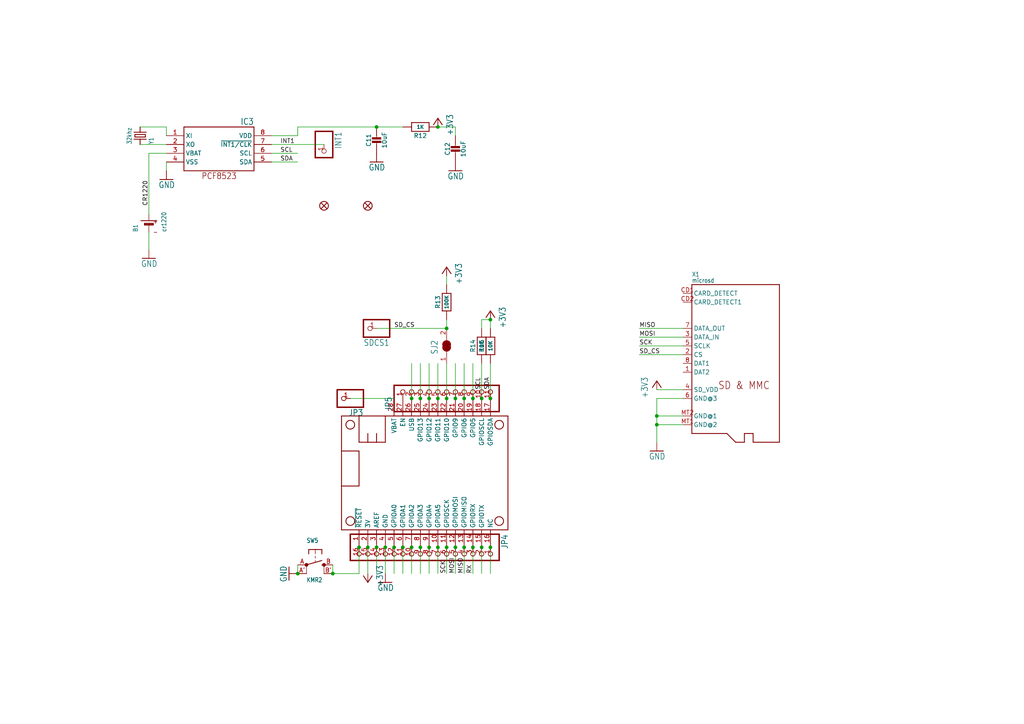
<source format=kicad_sch>
(kicad_sch (version 20231120) (generator "eeschema") (generator_version "8.0")
  (paper "A4")
  (lib_symbols
    (symbol "adalogger featherwing-eagle-import:+3V3" (power)
      (symbol "+3V3_1_0"
        (polyline (pts (xy 0 0) (xy -1.27 -1.905)) (stroke (width 0.254)))
        (polyline (pts (xy 1.27 -1.905) (xy 0 0)) (stroke (width 0.254)))
        (pin power_in line (at 0 -2.54 90) (length 2.54) (name "+3V3") (number "1"))
      )
    )
    (symbol "adalogger featherwing-eagle-import:BATTERYCR1220_2"
      (property "Reference" "B" (at -2.54 3.175 0))
      (symbol "BATTERYCR1220_2_1_0"
        (polyline (pts (xy -2.54 0) (xy -0.635 0)) (stroke (width 0.1524)))
        (polyline (pts (xy -0.508 -1.27) (xy -0.508 1.27)) (stroke (width 0.254)))
        (polyline (pts (xy -0.508 1.27) (xy -0.254 1.27)) (stroke (width 0.254)))
        (polyline (pts (xy -0.254 -1.27) (xy -0.508 -1.27)) (stroke (width 0.254)))
        (polyline (pts (xy -0.254 1.27) (xy -0.254 -1.27)) (stroke (width 0.254)))
        (polyline (pts (xy -0.254 1.27) (xy 0 1.27)) (stroke (width 0.254)))
        (polyline (pts (xy 0 -1.27) (xy -0.254 -1.27)) (stroke (width 0.254)))
        (polyline (pts (xy 0 1.27) (xy 0 -1.27)) (stroke (width 0.254)))
        (polyline (pts (xy 0.762 2.286) (xy 0.762 -2.286)) (stroke (width 0.254)))
        (polyline (pts (xy 0.889 0) (xy 2.54 0)) (stroke (width 0.1524)))
        (text "+" (at 1.27 -1.143 900) (effects (font (size 1.27 1.0795)) (justify right top)))
        (text "-" (at -1.778 -1.143 900) (effects (font (size 1.27 1.0795)) (justify right top)))
        (pin passive line (at 2.54 0 180) (length 0) (name "+") (number "+"))
        (pin passive line (at -2.54 0 0) (length 0) (name "-") (number "-"))
      )
    )
    (symbol "adalogger featherwing-eagle-import:CAP_CERAMIC0805-NOOUTLINE"
      (property "Reference" "C" (at -2.29 1.25 90))
      (symbol "CAP_CERAMIC0805-NOOUTLINE_1_0"
        (rectangle (start -1.27 0.508) (end 1.27 1.016) (fill (type outline)))
        (rectangle (start -1.27 1.524) (end 1.27 2.032) (fill (type outline)))
        (polyline (pts (xy 0 0.762) (xy 0 0)) (stroke (width 0.1524)))
        (polyline (pts (xy 0 2.54) (xy 0 1.778)) (stroke (width 0.1524)))
        (pin passive line (at 0 5.08 270) (length 2.54) (name "1") (number "1"))
        (pin passive line (at 0 -2.54 90) (length 2.54) (name "2") (number "2"))
      )
    )
    (symbol "adalogger featherwing-eagle-import:CRYSTAL8.0X3.8"
      (property "Reference" "Y" (at -2.54 2.54 0))
      (symbol "CRYSTAL8.0X3.8_1_0"
        (polyline (pts (xy -2.54 0) (xy -1.016 0)) (stroke (width 0.254)))
        (polyline (pts (xy -1.016 0) (xy -1.016 -1.778)) (stroke (width 0.254)))
        (polyline (pts (xy -1.016 1.778) (xy -1.016 0)) (stroke (width 0.254)))
        (polyline (pts (xy -0.381 -1.524) (xy 0.381 -1.524)) (stroke (width 0.254)))
        (polyline (pts (xy -0.381 1.524) (xy -0.381 -1.524)) (stroke (width 0.254)))
        (polyline (pts (xy 0.381 -1.524) (xy 0.381 1.524)) (stroke (width 0.254)))
        (polyline (pts (xy 0.381 1.524) (xy -0.381 1.524)) (stroke (width 0.254)))
        (polyline (pts (xy 1.016 0) (xy 1.016 -1.778)) (stroke (width 0.254)))
        (polyline (pts (xy 1.016 1.778) (xy 1.016 0)) (stroke (width 0.254)))
        (polyline (pts (xy 2.54 0) (xy 1.016 0)) (stroke (width 0.254)))
        (pin passive line (at -2.54 0 0) (length 0) (name "1") (number "P$1"))
        (pin passive line (at 2.54 0 180) (length 0) (name "2") (number "P$4"))
      )
    )
    (symbol "adalogger featherwing-eagle-import:FEATHERWING_NODIM"
      (symbol "FEATHERWING_NODIM_1_0"
        (polyline (pts (xy 0 0) (xy 48.26 0)) (stroke (width 0.254)))
        (polyline (pts (xy 0 12.7) (xy 0 0)) (stroke (width 0.254)))
        (polyline (pts (xy 0 22.86) (xy 0 12.7)) (stroke (width 0.254)))
        (polyline (pts (xy 0 22.86) (xy 5.08 22.86)) (stroke (width 0.254)))
        (polyline (pts (xy 0 33.02) (xy 0 22.86)) (stroke (width 0.254)))
        (polyline (pts (xy 5.08 12.7) (xy 0 12.7)) (stroke (width 0.254)))
        (polyline (pts (xy 5.08 22.86) (xy 5.08 12.7)) (stroke (width 0.254)))
        (polyline (pts (xy 5.08 25.4) (xy 7.62 25.4)) (stroke (width 0.254)))
        (polyline (pts (xy 5.08 33.02) (xy 0 33.02)) (stroke (width 0.254)))
        (polyline (pts (xy 5.08 33.02) (xy 5.08 25.4)) (stroke (width 0.254)))
        (polyline (pts (xy 7.62 25.4) (xy 10.16 25.4)) (stroke (width 0.254)))
        (polyline (pts (xy 7.62 27.94) (xy 7.62 25.4)) (stroke (width 0.254)))
        (polyline (pts (xy 10.16 25.4) (xy 12.7 25.4)) (stroke (width 0.254)))
        (polyline (pts (xy 10.16 27.94) (xy 10.16 25.4)) (stroke (width 0.254)))
        (polyline (pts (xy 12.7 25.4) (xy 12.7 33.02)) (stroke (width 0.254)))
        (polyline (pts (xy 12.7 33.02) (xy 5.08 33.02)) (stroke (width 0.254)))
        (polyline (pts (xy 48.26 0) (xy 48.26 33.02)) (stroke (width 0.254)))
        (polyline (pts (xy 48.26 33.02) (xy 12.7 33.02)) (stroke (width 0.254)))
        (circle (center 2.54 2.54) (radius 1.27) (stroke (width 0.254)))
        (circle (center 2.54 30.48) (radius 1.27) (stroke (width 0.254)))
        (circle (center 45.72 2.54) (radius 1.27) (stroke (width 0.254)))
        (circle (center 45.72 30.48) (radius 1.27) (stroke (width 0.254)))
        (pin input line (at 5.08 -5.08 90) (length 5.08) (name "~{RESET}") (number "1"))
        (pin bidirectional line (at 27.94 -5.08 90) (length 5.08) (name "GPIOA5") (number "10"))
        (pin bidirectional line (at 30.48 -5.08 90) (length 5.08) (name "GPIOSCK") (number "11"))
        (pin bidirectional line (at 33.02 -5.08 90) (length 5.08) (name "GPIOMOSI") (number "12"))
        (pin bidirectional line (at 35.56 -5.08 90) (length 5.08) (name "GPIOMISO") (number "13"))
        (pin bidirectional line (at 38.1 -5.08 90) (length 5.08) (name "GPIORX") (number "14"))
        (pin bidirectional line (at 40.64 -5.08 90) (length 5.08) (name "GPIOTX") (number "15"))
        (pin passive line (at 43.18 -5.08 90) (length 5.08) (name "NC") (number "16"))
        (pin bidirectional line (at 43.18 38.1 270) (length 5.08) (name "GPIOSDA") (number "17"))
        (pin bidirectional line (at 40.64 38.1 270) (length 5.08) (name "GPIOSCL") (number "18"))
        (pin bidirectional line (at 38.1 38.1 270) (length 5.08) (name "GPIO5") (number "19"))
        (pin power_in line (at 7.62 -5.08 90) (length 5.08) (name "3V") (number "2"))
        (pin bidirectional line (at 35.56 38.1 270) (length 5.08) (name "GPIO6") (number "20"))
        (pin bidirectional line (at 33.02 38.1 270) (length 5.08) (name "GPIO9") (number "21"))
        (pin bidirectional line (at 30.48 38.1 270) (length 5.08) (name "GPIO10") (number "22"))
        (pin bidirectional line (at 27.94 38.1 270) (length 5.08) (name "GPIO11") (number "23"))
        (pin bidirectional line (at 25.4 38.1 270) (length 5.08) (name "GPIO12") (number "24"))
        (pin bidirectional line (at 22.86 38.1 270) (length 5.08) (name "GPIO13") (number "25"))
        (pin power_in line (at 20.32 38.1 270) (length 5.08) (name "USB") (number "26"))
        (pin passive line (at 17.78 38.1 270) (length 5.08) (name "EN") (number "27"))
        (pin power_in line (at 15.24 38.1 270) (length 5.08) (name "VBAT") (number "28"))
        (pin passive line (at 10.16 -5.08 90) (length 5.08) (name "AREF") (number "3"))
        (pin power_in line (at 12.7 -5.08 90) (length 5.08) (name "GND") (number "4"))
        (pin bidirectional line (at 15.24 -5.08 90) (length 5.08) (name "GPIOA0") (number "5"))
        (pin bidirectional line (at 17.78 -5.08 90) (length 5.08) (name "GPIOA1") (number "6"))
        (pin bidirectional line (at 20.32 -5.08 90) (length 5.08) (name "GPIOA2") (number "7"))
        (pin bidirectional line (at 22.86 -5.08 90) (length 5.08) (name "GPIOA3") (number "8"))
        (pin bidirectional line (at 25.4 -5.08 90) (length 5.08) (name "GPIOA4") (number "9"))
      )
    )
    (symbol "adalogger featherwing-eagle-import:FIDUCIAL_1MM"
      (symbol "FIDUCIAL_1MM_1_0"
        (polyline (pts (xy -0.762 0.762) (xy 0.762 -0.762)) (stroke (width 0.254)))
        (polyline (pts (xy 0.762 0.762) (xy -0.762 -0.762)) (stroke (width 0.254)))
        (circle (center 0 0) (radius 1.27) (stroke (width 0.254)))
      )
    )
    (symbol "adalogger featherwing-eagle-import:GND" (power)
      (symbol "GND_1_0"
        (polyline (pts (xy -1.905 0) (xy 1.905 0)) (stroke (width 0.254)))
        (pin power_in line (at 0 2.54 270) (length 2.54) (name "GND") (number "1"))
      )
    )
    (symbol "adalogger featherwing-eagle-import:HEADER-1X11"
      (property "Reference" "JP" (at -6.35 15.875 0))
      (symbol "HEADER-1X11_1_0"
        (polyline (pts (xy -6.35 -15.24) (xy 1.27 -15.24)) (stroke (width 0.4064)))
        (polyline (pts (xy -6.35 15.24) (xy -6.35 -15.24)) (stroke (width 0.4064)))
        (polyline (pts (xy 1.27 -15.24) (xy 1.27 15.24)) (stroke (width 0.4064)))
        (polyline (pts (xy 1.27 15.24) (xy -6.35 15.24)) (stroke (width 0.4064)))
        (pin passive inverted (at -2.54 12.7 0) (length 2.54) (name "1") (number "1"))
        (pin passive inverted (at -2.54 -10.16 0) (length 2.54) (name "10") (number "10"))
        (pin passive inverted (at -2.54 -12.7 0) (length 2.54) (name "11") (number "11"))
        (pin passive inverted (at -2.54 10.16 0) (length 2.54) (name "2") (number "2"))
        (pin passive inverted (at -2.54 7.62 0) (length 2.54) (name "3") (number "3"))
        (pin passive inverted (at -2.54 5.08 0) (length 2.54) (name "4") (number "4"))
        (pin passive inverted (at -2.54 2.54 0) (length 2.54) (name "5") (number "5"))
        (pin passive inverted (at -2.54 0 0) (length 2.54) (name "6") (number "6"))
        (pin passive inverted (at -2.54 -2.54 0) (length 2.54) (name "7") (number "7"))
        (pin passive inverted (at -2.54 -5.08 0) (length 2.54) (name "8") (number "8"))
        (pin passive inverted (at -2.54 -7.62 0) (length 2.54) (name "9") (number "9"))
      )
    )
    (symbol "adalogger featherwing-eagle-import:HEADER-1X16ROUND"
      (property "Reference" "JP" (at -6.35 20.955 0))
      (symbol "HEADER-1X16ROUND_1_0"
        (polyline (pts (xy -6.35 -22.86) (xy 1.27 -22.86)) (stroke (width 0.4064)))
        (polyline (pts (xy -6.35 20.32) (xy -6.35 -22.86)) (stroke (width 0.4064)))
        (polyline (pts (xy 1.27 -22.86) (xy 1.27 20.32)) (stroke (width 0.4064)))
        (polyline (pts (xy 1.27 20.32) (xy -6.35 20.32)) (stroke (width 0.4064)))
        (pin passive inverted (at -2.54 17.78 0) (length 2.54) (name "1") (number "1"))
        (pin passive inverted (at -2.54 -5.08 0) (length 2.54) (name "10") (number "10"))
        (pin passive inverted (at -2.54 -7.62 0) (length 2.54) (name "11") (number "11"))
        (pin passive inverted (at -2.54 -10.16 0) (length 2.54) (name "12") (number "12"))
        (pin passive inverted (at -2.54 -12.7 0) (length 2.54) (name "13") (number "13"))
        (pin passive inverted (at -2.54 -15.24 0) (length 2.54) (name "14") (number "14"))
        (pin passive inverted (at -2.54 -17.78 0) (length 2.54) (name "15") (number "15"))
        (pin passive inverted (at -2.54 -20.32 0) (length 2.54) (name "16") (number "16"))
        (pin passive inverted (at -2.54 15.24 0) (length 2.54) (name "2") (number "2"))
        (pin passive inverted (at -2.54 12.7 0) (length 2.54) (name "3") (number "3"))
        (pin passive inverted (at -2.54 10.16 0) (length 2.54) (name "4") (number "4"))
        (pin passive inverted (at -2.54 7.62 0) (length 2.54) (name "5") (number "5"))
        (pin passive inverted (at -2.54 5.08 0) (length 2.54) (name "6") (number "6"))
        (pin passive inverted (at -2.54 2.54 0) (length 2.54) (name "7") (number "7"))
        (pin passive inverted (at -2.54 0 0) (length 2.54) (name "8") (number "8"))
        (pin passive inverted (at -2.54 -2.54 0) (length 2.54) (name "9") (number "9"))
      )
    )
    (symbol "adalogger featherwing-eagle-import:HEADER-1X1ROUND"
      (property "Reference" "JP" (at -6.35 3.175 0))
      (symbol "HEADER-1X1ROUND_1_0"
        (polyline (pts (xy -6.35 -2.54) (xy 1.27 -2.54)) (stroke (width 0.4064)))
        (polyline (pts (xy -6.35 2.54) (xy -6.35 -2.54)) (stroke (width 0.4064)))
        (polyline (pts (xy 1.27 -2.54) (xy 1.27 2.54)) (stroke (width 0.4064)))
        (polyline (pts (xy 1.27 2.54) (xy -6.35 2.54)) (stroke (width 0.4064)))
        (pin passive inverted (at -2.54 0 0) (length 2.54) (name "1") (number "1"))
      )
    )
    (symbol "adalogger featherwing-eagle-import:MICROSD"
      (property "Reference" "X" (at -12.7 22.606 0))
      (symbol "MICROSD_1_0"
        (polyline (pts (xy -12.7 -22.86) (xy -2.54 -22.86)) (stroke (width 0.254)))
        (polyline (pts (xy -12.7 20.32) (xy -12.7 -22.86)) (stroke (width 0.254)))
        (polyline (pts (xy -2.54 -22.86) (xy 0 -25.4)) (stroke (width 0.254)))
        (polyline (pts (xy 0 -25.4) (xy 2.54 -25.4)) (stroke (width 0.254)))
        (polyline (pts (xy 2.54 -25.4) (xy 2.54 -22.86)) (stroke (width 0.254)))
        (polyline (pts (xy 2.54 -22.86) (xy 5.08 -22.86)) (stroke (width 0.254)))
        (polyline (pts (xy 5.08 -25.4) (xy 12.7 -25.4)) (stroke (width 0.254)))
        (polyline (pts (xy 5.08 -22.86) (xy 5.08 -25.4)) (stroke (width 0.254)))
        (polyline (pts (xy 12.7 -25.4) (xy 12.7 20.32)) (stroke (width 0.254)))
        (polyline (pts (xy 12.7 20.32) (xy -12.7 20.32)) (stroke (width 0.254)))
        (text "SD & MMC" (at -5.08 -10.16 0) (effects (font (size 2.1844 1.8567)) (justify left bottom)))
        (pin bidirectional line (at -15.24 -5.08 0) (length 2.54) (name "DAT2") (number "1"))
        (pin input line (at -15.24 0 0) (length 2.54) (name "CS") (number "2"))
        (pin input line (at -15.24 5.08 0) (length 2.54) (name "DATA_IN") (number "3"))
        (pin power_in line (at -15.24 -10.16 0) (length 2.54) (name "SD_VDD") (number "4"))
        (pin input line (at -15.24 2.54 0) (length 2.54) (name "SCLK") (number "5"))
        (pin power_in line (at -15.24 -12.7 0) (length 2.54) (name "GND@3") (number "6"))
        (pin output line (at -15.24 7.62 0) (length 2.54) (name "DATA_OUT") (number "7"))
        (pin bidirectional line (at -15.24 -2.54 0) (length 2.54) (name "DAT1") (number "8"))
        (pin passive line (at -15.24 17.78 0) (length 2.54) (name "CARD_DETECT") (number "CD1"))
        (pin passive line (at -15.24 15.24 0) (length 2.54) (name "CARD_DETECT1") (number "CD2"))
        (pin power_in line (at -15.24 -20.32 0) (length 2.54) (name "GND@2") (number "MT1"))
        (pin power_in line (at -15.24 -17.78 0) (length 2.54) (name "GND@1") (number "MT2"))
      )
    )
    (symbol "adalogger featherwing-eagle-import:RESISTOR_0603_NOOUT"
      (property "Reference" "R" (at 0 2.54 0))
      (symbol "RESISTOR_0603_NOOUT_1_0"
        (polyline (pts (xy -2.54 -1.27) (xy -2.54 1.27)) (stroke (width 0.254)))
        (polyline (pts (xy -2.54 1.27) (xy 2.54 1.27)) (stroke (width 0.254)))
        (polyline (pts (xy 2.54 -1.27) (xy -2.54 -1.27)) (stroke (width 0.254)))
        (polyline (pts (xy 2.54 1.27) (xy 2.54 -1.27)) (stroke (width 0.254)))
        (pin passive line (at -5.08 0 0) (length 2.54) (name "1") (number "1"))
        (pin passive line (at 5.08 0 180) (length 2.54) (name "2") (number "2"))
      )
    )
    (symbol "adalogger featherwing-eagle-import:RTC_PCF8523T"
      (property "Reference" "IC" (at 10.16 7.62 0))
      (symbol "RTC_PCF8523T_1_0"
        (polyline (pts (xy -10.16 -7.62) (xy -10.16 5.08)) (stroke (width 0.254)))
        (polyline (pts (xy -10.16 5.08) (xy 10.16 5.08)) (stroke (width 0.254)))
        (polyline (pts (xy 10.16 -7.62) (xy -10.16 -7.62)) (stroke (width 0.254)))
        (polyline (pts (xy 10.16 5.08) (xy 10.16 -7.62)) (stroke (width 0.254)))
        (text "PCF8523" (at -5.08 -10.16 0) (effects (font (size 1.778 1.5113)) (justify left bottom)))
        (pin input line (at -15.24 2.54 0) (length 5.08) (name "XI") (number "1"))
        (pin output line (at -15.24 0 0) (length 5.08) (name "XO") (number "2"))
        (pin power_in line (at -15.24 -2.54 0) (length 5.08) (name "VBAT") (number "3"))
        (pin power_in line (at -15.24 -5.08 0) (length 5.08) (name "VSS") (number "4"))
        (pin bidirectional line (at 15.24 -5.08 180) (length 5.08) (name "SDA") (number "5"))
        (pin bidirectional line (at 15.24 -2.54 180) (length 5.08) (name "SCL") (number "6"))
        (pin output line (at 15.24 0 180) (length 5.08) (name "~{INT1/CLK}") (number "7"))
        (pin power_in line (at 15.24 2.54 180) (length 5.08) (name "VDD") (number "8"))
      )
    )
    (symbol "adalogger featherwing-eagle-import:SOLDERJUMPER_CLOSED"
      (property "Reference" "SJ" (at -2.54 2.54 0))
      (symbol "SOLDERJUMPER_CLOSED_1_0"
        (arc (start -0.3808 0.635) (mid -1.0159 0.0001) (end -0.381 -0.635) (stroke (width 1.27)))
        (polyline (pts (xy -2.54 0) (xy -1.651 0)) (stroke (width 0.1524)))
        (polyline (pts (xy -0.635 0) (xy 0.635 0)) (stroke (width 0.4064)))
        (polyline (pts (xy 2.54 0) (xy 1.651 0)) (stroke (width 0.1524)))
        (arc (start 0.3808 -0.635) (mid 1.0159 -0.0001) (end 0.381 0.635) (stroke (width 1.27)))
        (pin passive line (at -5.08 0 0) (length 2.54) (name "1") (number "1"))
        (pin passive line (at 5.08 0 180) (length 2.54) (name "2") (number "2"))
      )
    )
    (symbol "adalogger featherwing-eagle-import:SWITCH_TACT_SMT4.6X2.8"
      (property "Reference" "SW" (at -2.54 6.35 0))
      (symbol "SWITCH_TACT_SMT4.6X2.8_1_0"
        (circle (center -2.54 0) (radius 0.127) (stroke (width 0.4064)))
        (polyline (pts (xy -2.54 -2.54) (xy -2.54 0)) (stroke (width 0.1524)))
        (polyline (pts (xy -2.54 0) (xy 1.905 1.27)) (stroke (width 0.254)))
        (polyline (pts (xy -1.905 4.445) (xy -1.905 3.175)) (stroke (width 0.254)))
        (polyline (pts (xy 0 1.27) (xy 0 0.635)) (stroke (width 0.1524)))
        (polyline (pts (xy 0 2.54) (xy 0 1.905)) (stroke (width 0.1524)))
        (polyline (pts (xy 0 4.445) (xy -1.905 4.445)) (stroke (width 0.254)))
        (polyline (pts (xy 0 4.445) (xy 0 3.175)) (stroke (width 0.1524)))
        (polyline (pts (xy 1.905 0) (xy 2.54 0)) (stroke (width 0.254)))
        (polyline (pts (xy 1.905 4.445) (xy 0 4.445)) (stroke (width 0.254)))
        (polyline (pts (xy 1.905 4.445) (xy 1.905 3.175)) (stroke (width 0.254)))
        (polyline (pts (xy 2.54 -2.54) (xy 2.54 0)) (stroke (width 0.1524)))
        (circle (center 2.54 0) (radius 0.127) (stroke (width 0.4064)))
        (pin passive line (at -5.08 0 0) (length 2.54) (name "P") (number "A"))
        (pin passive line (at -5.08 -2.54 0) (length 2.54) (name "P1") (number "A'"))
        (pin passive line (at 5.08 0 180) (length 2.54) (name "S") (number "B"))
        (pin passive line (at 5.08 -2.54 180) (length 2.54) (name "S1") (number "B'"))
      )
    )
  )
  (junction (at 139.7 115.57))
  (junction (at 127 158.75))
  (junction (at 142.24 115.57))
  (junction (at 137.16 115.57))
  (junction (at 129.54 95.25))
  (junction (at 106.68 158.75))
  (junction (at 190.5 123.19))
  (junction (at 127 115.57))
  (junction (at 134.62 158.75))
  (junction (at 124.46 158.75))
  (junction (at 142.24 158.75))
  (junction (at 119.38 115.57))
  (junction (at 190.5 120.65))
  (junction (at 116.84 158.75))
  (junction (at 139.7 158.75))
  (junction (at 104.14 158.75))
  (junction (at 142.24 92.71))
  (junction (at 121.92 158.75))
  (junction (at 114.3 158.75))
  (junction (at 86.36 166.37))
  (junction (at 96.52 166.37))
  (junction (at 124.46 115.57))
  (junction (at 134.62 115.57))
  (junction (at 109.22 158.75))
  (junction (at 127 36.83))
  (junction (at 137.16 158.75))
  (junction (at 111.76 158.75))
  (junction (at 121.92 115.57))
  (junction (at 132.08 158.75))
  (junction (at 109.22 36.83))
  (junction (at 132.08 115.57))
  (junction (at 129.54 158.75))
  (junction (at 129.54 115.57))
  (junction (at 119.38 158.75))
  (wire (pts (xy 86.36 163.83) (xy 86.36 166.37)) (stroke (width 0.1524)))
  (wire (pts (xy 137.16 105.41) (xy 137.16 115.57)) (stroke (width 0.1524)))
  (wire (pts (xy 142.24 105.41) (xy 142.24 115.57)) (stroke (width 0.1524)))
  (wire (pts (xy 142.24 92.71) (xy 142.24 95.25)) (stroke (width 0.1524)))
  (wire (pts (xy 190.5 113.03) (xy 198.12 113.03)) (stroke (width 0.1524)))
  (wire (pts (xy 111.76 166.37) (xy 111.76 158.75)) (stroke (width 0.1524)))
  (wire (pts (xy 198.12 120.65) (xy 190.5 120.65)) (stroke (width 0.1524)))
  (wire (pts (xy 134.62 166.37) (xy 134.62 158.75)) (stroke (width 0.1524)))
  (wire (pts (xy 129.54 166.37) (xy 129.54 158.75)) (stroke (width 0.1524)))
  (wire (pts (xy 190.5 123.19) (xy 190.5 128.27)) (stroke (width 0.1524)))
  (wire (pts (xy 185.42 102.87) (xy 198.12 102.87)) (stroke (width 0.1524)))
  (wire (pts (xy 129.54 80.01) (xy 129.54 82.55)) (stroke (width 0.1524)))
  (wire (pts (xy 78.74 44.45) (xy 86.36 44.45)) (stroke (width 0.1524)))
  (wire (pts (xy 198.12 115.57) (xy 190.5 115.57)) (stroke (width 0.1524)))
  (wire (pts (xy 119.38 166.37) (xy 119.38 158.75)) (stroke (width 0.1524)))
  (wire (pts (xy 190.5 120.65) (xy 190.5 123.19)) (stroke (width 0.1524)))
  (wire (pts (xy 101.6 115.57) (xy 114.3 115.57)) (stroke (width 0.1524)))
  (wire (pts (xy 114.3 166.37) (xy 114.3 158.75)) (stroke (width 0.1524)))
  (wire (pts (xy 124.46 105.41) (xy 124.46 115.57)) (stroke (width 0.1524)))
  (wire (pts (xy 48.26 49.53) (xy 48.26 46.99)) (stroke (width 0.1524)))
  (wire (pts (xy 198.12 123.19) (xy 190.5 123.19)) (stroke (width 0.1524)))
  (wire (pts (xy 198.12 100.33) (xy 185.42 100.33)) (stroke (width 0.1524)))
  (wire (pts (xy 106.68 166.37) (xy 106.68 158.75)) (stroke (width 0.1524)))
  (wire (pts (xy 132.08 105.41) (xy 132.08 115.57)) (stroke (width 0.1524)))
  (wire (pts (xy 134.62 105.41) (xy 134.62 115.57)) (stroke (width 0.1524)))
  (wire (pts (xy 86.36 36.83) (xy 109.22 36.83)) (stroke (width 0.1524)))
  (wire (pts (xy 190.5 115.57) (xy 190.5 120.65)) (stroke (width 0.1524)))
  (wire (pts (xy 109.22 166.37) (xy 109.22 158.75)) (stroke (width 0.1524)))
  (wire (pts (xy 96.52 166.37) (xy 104.14 166.37)) (stroke (width 0.1524)))
  (wire (pts (xy 127 105.41) (xy 127 115.57)) (stroke (width 0.1524)))
  (wire (pts (xy 139.7 166.37) (xy 139.7 158.75)) (stroke (width 0.1524)))
  (wire (pts (xy 142.24 166.37) (xy 142.24 158.75)) (stroke (width 0.1524)))
  (wire (pts (xy 119.38 105.41) (xy 119.38 115.57)) (stroke (width 0.1524)))
  (wire (pts (xy 121.92 105.41) (xy 121.92 115.57)) (stroke (width 0.1524)))
  (wire (pts (xy 48.26 36.83) (xy 48.26 39.37)) (stroke (width 0.1524)))
  (wire (pts (xy 132.08 166.37) (xy 132.08 158.75)) (stroke (width 0.1524)))
  (wire (pts (xy 116.84 36.83) (xy 109.22 36.83)) (stroke (width 0.1524)))
  (wire (pts (xy 104.14 166.37) (xy 104.14 158.75)) (stroke (width 0.1524)))
  (wire (pts (xy 86.36 39.37) (xy 86.36 36.83)) (stroke (width 0.1524)))
  (wire (pts (xy 48.26 44.45) (xy 43.18 44.45)) (stroke (width 0.1524)))
  (wire (pts (xy 139.7 105.41) (xy 139.7 115.57)) (stroke (width 0.1524)))
  (wire (pts (xy 185.42 97.79) (xy 198.12 97.79)) (stroke (width 0.1524)))
  (wire (pts (xy 129.54 105.41) (xy 129.54 115.57)) (stroke (width 0.1524)))
  (wire (pts (xy 129.54 92.71) (xy 129.54 95.25)) (stroke (width 0.1524)))
  (wire (pts (xy 40.64 36.83) (xy 48.26 36.83)) (stroke (width 0.1524)))
  (wire (pts (xy 124.46 166.37) (xy 124.46 158.75)) (stroke (width 0.1524)))
  (wire (pts (xy 137.16 166.37) (xy 137.16 158.75)) (stroke (width 0.1524)))
  (wire (pts (xy 127 36.83) (xy 132.08 36.83)) (stroke (width 0.1524)))
  (wire (pts (xy 48.26 41.91) (xy 40.64 41.91)) (stroke (width 0.1524)))
  (wire (pts (xy 139.7 92.71) (xy 139.7 95.25)) (stroke (width 0.1524)))
  (wire (pts (xy 86.36 39.37) (xy 78.74 39.37)) (stroke (width 0.1524)))
  (wire (pts (xy 127 166.37) (xy 127 158.75)) (stroke (width 0.1524)))
  (wire (pts (xy 43.18 44.45) (xy 43.18 62.23)) (stroke (width 0.1524)))
  (wire (pts (xy 96.52 163.83) (xy 96.52 166.37)) (stroke (width 0.1524)))
  (wire (pts (xy 86.36 46.99) (xy 78.74 46.99)) (stroke (width 0.1524)))
  (wire (pts (xy 121.92 166.37) (xy 121.92 158.75)) (stroke (width 0.1524)))
  (wire (pts (xy 116.84 166.37) (xy 116.84 158.75)) (stroke (width 0.1524)))
  (wire (pts (xy 78.74 41.91) (xy 93.98 41.91)) (stroke (width 0.1524)))
  (wire (pts (xy 43.18 72.39) (xy 43.18 67.31)) (stroke (width 0.1524)))
  (wire (pts (xy 142.24 92.71) (xy 139.7 92.71)) (stroke (width 0.1524)))
  (wire (pts (xy 198.12 95.25) (xy 185.42 95.25)) (stroke (width 0.1524)))
  (wire (pts (xy 109.22 95.25) (xy 129.54 95.25)) (stroke (width 0.1524)))
  (wire (pts (xy 132.08 36.83) (xy 132.08 39.37)) (stroke (width 0.1524)))
  (label "SD_CS" (at 185.42 102.87 0) (effects (font (size 1.2446 1.2446))))
  (label "SCL" (at 139.7 113.03 90) (effects (font (size 1.2446 1.2446))))
  (label "SDA" (at 81.28 46.99 0) (effects (font (size 1.2446 1.2446))))
  (label "MOSI" (at 185.42 97.79 0) (effects (font (size 1.2446 1.2446))))
  (label "MISO" (at 185.42 95.25 0) (effects (font (size 1.2446 1.2446))))
  (label "SCL" (at 81.28 44.45 0) (effects (font (size 1.2446 1.2446))))
  (label "SCK" (at 129.54 166.37 90) (effects (font (size 1.2446 1.2446))))
  (label "SD_CS" (at 114.3 95.25 0) (effects (font (size 1.2446 1.2446))))
  (label "CR1220" (at 43.18 59.69 90) (effects (font (size 1.2446 1.2446))))
  (label "MISO" (at 134.62 166.37 90) (effects (font (size 1.2446 1.2446))))
  (label "SCK" (at 185.42 100.33 0) (effects (font (size 1.2446 1.2446))))
  (label "RX" (at 137.16 166.37 90) (effects (font (size 1.2446 1.2446))))
  (label "INT1" (at 81.28 41.91 0) (effects (font (size 1.2446 1.2446))))
  (label "MOSI" (at 132.08 166.37 90) (effects (font (size 1.2446 1.2446))))
  (label "SDA" (at 142.24 113.03 90) (effects (font (size 1.2446 1.2446))))
  (symbol (lib_id "adalogger featherwing-eagle-import:GND") (at 43.18 74.93 0) (mirror y) (unit 1)
    (property "Reference" "#GND01" (effects (hide yes)))
    (property "Value" "GND" (at 45.72 77.47 0) (effects (font (size 1.778 1.5113)) (justify left bottom)))
  )
  (symbol (lib_id "adalogger featherwing-eagle-import:BATTERYCR1220_2") (at 43.18 64.77 90) (unit 1)
    (property "Reference" "B1" (at 40.005 67.31 0) (effects (font (size 1.27 1.0795)) (justify left bottom)))
    (property "Value" "cr1220" (at 48.26 67.31 0) (effects (font (size 1.27 1.0795)) (justify left bottom)))
    (property "Footprint" "adalogger featherwing:CR1220-2" (effects (hide yes)))
  )
  (symbol (lib_id "adalogger featherwing-eagle-import:SWITCH_TACT_SMT4.6X2.8") (at 91.44 163.83 0) (unit 1)
    (property "Reference" "SW5" (at 88.9 157.48 0) (effects (font (size 1.27 1.0795)) (justify left bottom)))
    (property "Value" "KMR2" (at 88.9 168.91 0) (effects (font (size 1.27 1.0795)) (justify left bottom)))
    (property "Footprint" "adalogger featherwing:BTN_KMR2_4.6X2.8" (effects (hide yes)))
  )
  (symbol (lib_id "adalogger featherwing-eagle-import:HEADER-1X16ROUND") (at 124.46 161.29 270) (unit 1)
    (property "Reference" "JP4" (at 145.415 154.94 0) (effects (font (size 1.778 1.5113)) (justify left bottom)))
    (property "Value" "HEADER-1X16ROUND" (effects (hide yes)))
    (property "Footprint" "adalogger featherwing:1X16_ROUND" (effects (hide yes)))
  )
  (symbol (lib_id "adalogger featherwing-eagle-import:HEADER-1X11") (at 129.54 113.03 90) (unit 1)
    (property "Reference" "JP5" (at 113.665 119.38 0) (effects (font (size 1.778 1.5113)) (justify left bottom)))
    (property "Value" "HEADER-1X11" (effects (hide yes)))
    (property "Footprint" "adalogger featherwing:1X11_ROUND" (effects (hide yes)))
  )
  (symbol (lib_id "adalogger featherwing-eagle-import:RTC_PCF8523T") (at 63.5 41.91 0) (unit 1)
    (property "Reference" "IC3" (at 73.66 34.29 0) (effects (font (size 1.778 1.5113)) (justify right top)))
    (property "Value" "RTC_PCF8523T" (effects (hide yes)))
    (property "Footprint" "adalogger featherwing:SOIC8_150MIL" (effects (hide yes)))
  )
  (symbol (lib_id "adalogger featherwing-eagle-import:+3V3") (at 129.54 77.47 0) (mirror y) (unit 1)
    (property "Reference" "#+3V03" (effects (hide yes)))
    (property "Value" "+3V3" (at 132.08 82.55 90) (effects (font (size 1.778 1.5113)) (justify left bottom)))
  )
  (symbol (lib_id "adalogger featherwing-eagle-import:HEADER-1X1ROUND") (at 106.68 95.25 180) (unit 1)
    (property "Reference" "SDCS1" (at 113.03 98.425 0) (effects (font (size 1.778 1.5113)) (justify left bottom)))
    (property "Value" "HEADER-1X1ROUND" (effects (hide yes)))
    (property "Footprint" "adalogger featherwing:1X01_ROUND" (effects (hide yes)))
  )
  (symbol (lib_id "adalogger featherwing-eagle-import:HEADER-1X1ROUND") (at 99.06 115.57 180) (unit 1)
    (property "Reference" "JP3" (at 105.41 118.745 0) (effects (font (size 1.778 1.5113)) (justify left bottom)))
    (property "Value" "HEADER-1X1ROUND" (effects (hide yes)))
    (property "Footprint" "adalogger featherwing:1X01_ROUND" (effects (hide yes)))
  )
  (symbol (lib_id "adalogger featherwing-eagle-import:SOLDERJUMPER_CLOSED") (at 129.54 100.33 90) (unit 1)
    (property "Reference" "SJ2" (at 127 102.87 0) (effects (font (size 1.778 1.5113)) (justify left bottom)))
    (property "Value" "SOLDERJUMPER_CLOSED" (effects (hide yes)))
    (property "Footprint" "adalogger featherwing:SOLDERJUMPER_CLOSEDWIRE" (effects (hide yes)))
  )
  (symbol (lib_id "adalogger featherwing-eagle-import:CRYSTAL8.0X3.8") (at 40.64 39.37 270) (mirror x) (unit 1)
    (property "Reference" "Y1" (at 43.18 41.91 0) (effects (font (size 1.27 1.0795)) (justify left bottom)))
    (property "Value" "32khz" (at 36.83 41.91 0) (effects (font (size 1.27 1.0795)) (justify left bottom)))
    (property "Footprint" "adalogger featherwing:CRYSTAL_8X3.8" (effects (hide yes)))
  )
  (symbol (lib_id "adalogger featherwing-eagle-import:CAP_CERAMIC0805-NOOUTLINE") (at 109.22 41.91 0) (unit 1)
    (property "Reference" "C11" (at 106.93 40.66 90))
    (property "Value" "10uF" (at 111.52 40.66 90))
    (property "Footprint" "adalogger featherwing:0805-NO" (effects (hide yes)))
  )
  (symbol (lib_id "adalogger featherwing-eagle-import:RESISTOR_0603_NOOUT") (at 142.24 100.33 90) (unit 1)
    (property "Reference" "R15" (at 139.7 100.33 0))
    (property "Value" "10K" (at 142.24 100.33 0) (effects (font (size 1.016 1.016) (bold yes))))
    (property "Footprint" "adalogger featherwing:0603-NO" (effects (hide yes)))
  )
  (symbol (lib_id "adalogger featherwing-eagle-import:FEATHERWING_NODIM") (at 99.06 153.67 0) (unit 1)
    (property "Reference" "MS2" (effects (hide yes)))
    (property "Value" "FEATHERWING_NODIM" (effects (hide yes)))
    (property "Footprint" "adalogger featherwing:FEATHERWING_NODIM" (effects (hide yes)))
  )
  (symbol (lib_id "adalogger featherwing-eagle-import:CAP_CERAMIC0805-NOOUTLINE") (at 132.08 44.45 0) (unit 1)
    (property "Reference" "C12" (at 129.79 43.2 90))
    (property "Value" "10uF" (at 134.38 43.2 90))
    (property "Footprint" "adalogger featherwing:0805-NO" (effects (hide yes)))
  )
  (symbol (lib_id "adalogger featherwing-eagle-import:MICROSD") (at 213.36 102.87 0) (unit 1)
    (property "Reference" "X1" (at 200.66 80.264 0) (effects (font (size 1.27 1.0795)) (justify left bottom)))
    (property "Value" "microsd" (at 200.66 82.042 0) (effects (font (size 1.27 1.0795)) (justify left bottom)))
    (property "Footprint" "adalogger featherwing:MICROSD" (effects (hide yes)))
  )
  (symbol (lib_id "adalogger featherwing-eagle-import:GND") (at 83.82 166.37 270) (mirror x) (unit 1)
    (property "Reference" "#GND03" (effects (hide yes)))
    (property "Value" "GND" (at 81.28 168.91 0) (effects (font (size 1.778 1.5113)) (justify left bottom)))
  )
  (symbol (lib_id "adalogger featherwing-eagle-import:GND") (at 132.08 49.53 0) (mirror y) (unit 1)
    (property "Reference" "#GND06" (effects (hide yes)))
    (property "Value" "GND" (at 134.62 52.07 0) (effects (font (size 1.778 1.5113)) (justify left bottom)))
  )
  (symbol (lib_id "adalogger featherwing-eagle-import:HEADER-1X1ROUND") (at 93.98 44.45 270) (unit 1)
    (property "Reference" "INT1" (at 97.155 38.1 0) (effects (font (size 1.778 1.5113)) (justify left bottom)))
    (property "Value" "HEADER-1X1ROUND" (effects (hide yes)))
    (property "Footprint" "adalogger featherwing:1X01_ROUND" (effects (hide yes)))
  )
  (symbol (lib_id "adalogger featherwing-eagle-import:RESISTOR_0603_NOOUT") (at 129.54 87.63 90) (unit 1)
    (property "Reference" "R13" (at 127 87.63 0))
    (property "Value" "100K" (at 129.54 87.63 0) (effects (font (size 1.016 1.016) (bold yes))))
    (property "Footprint" "adalogger featherwing:0603-NO" (effects (hide yes)))
  )
  (symbol (lib_id "adalogger featherwing-eagle-import:GND") (at 48.26 52.07 0) (mirror y) (unit 1)
    (property "Reference" "#GND02" (effects (hide yes)))
    (property "Value" "GND" (at 50.8 54.61 0) (effects (font (size 1.778 1.5113)) (justify left bottom)))
  )
  (symbol (lib_id "adalogger featherwing-eagle-import:GND") (at 109.22 46.99 0) (mirror y) (unit 1)
    (property "Reference" "#GND04" (effects (hide yes)))
    (property "Value" "GND" (at 111.76 49.53 0) (effects (font (size 1.778 1.5113)) (justify left bottom)))
  )
  (symbol (lib_id "adalogger featherwing-eagle-import:GND") (at 190.5 130.81 0) (mirror y) (unit 1)
    (property "Reference" "#GND07" (effects (hide yes)))
    (property "Value" "GND" (at 193.04 133.35 0) (effects (font (size 1.778 1.5113)) (justify left bottom)))
  )
  (symbol (lib_id "adalogger featherwing-eagle-import:RESISTOR_0603_NOOUT") (at 139.7 100.33 90) (unit 1)
    (property "Reference" "R14" (at 137.16 100.33 0))
    (property "Value" "10K" (at 139.7 100.33 0) (effects (font (size 1.016 1.016) (bold yes))))
    (property "Footprint" "adalogger featherwing:0603-NO" (effects (hide yes)))
  )
  (symbol (lib_id "adalogger featherwing-eagle-import:GND") (at 111.76 168.91 0) (mirror y) (unit 1)
    (property "Reference" "#GND05" (effects (hide yes)))
    (property "Value" "GND" (at 114.3 171.45 0) (effects (font (size 1.778 1.5113)) (justify left bottom)))
  )
  (symbol (lib_id "adalogger featherwing-eagle-import:+3V3") (at 142.24 90.17 0) (mirror y) (unit 1)
    (property "Reference" "#+3V04" (effects (hide yes)))
    (property "Value" "+3V3" (at 144.78 95.25 90) (effects (font (size 1.778 1.5113)) (justify left bottom)))
  )
  (symbol (lib_id "adalogger featherwing-eagle-import:+3V3") (at 190.5 110.49 0) (unit 1)
    (property "Reference" "#+3V05" (effects (hide yes)))
    (property "Value" "+3V3" (at 187.96 115.57 90) (effects (font (size 1.778 1.5113)) (justify left bottom)))
  )
  (symbol (lib_id "adalogger featherwing-eagle-import:RESISTOR_0603_NOOUT") (at 121.92 36.83 180) (unit 1)
    (property "Reference" "R12" (at 121.92 39.37 0))
    (property "Value" "1K" (at 121.92 36.83 0) (effects (font (size 1.016 1.016) (bold yes))))
    (property "Footprint" "adalogger featherwing:0603-NO" (effects (hide yes)))
  )
  (symbol (lib_id "adalogger featherwing-eagle-import:FIDUCIAL_1MM") (at 93.98 59.69 0) (unit 1)
    (property "Reference" "FID1" (effects (hide yes)))
    (property "Value" "FIDUCIAL_1MM" (effects (hide yes)))
    (property "Footprint" "adalogger featherwing:FIDUCIAL_1MM" (effects (hide yes)))
  )
  (symbol (lib_id "adalogger featherwing-eagle-import:FIDUCIAL_1MM") (at 106.68 59.69 0) (unit 1)
    (property "Reference" "FID2" (effects (hide yes)))
    (property "Value" "FIDUCIAL_1MM" (effects (hide yes)))
    (property "Footprint" "adalogger featherwing:FIDUCIAL_1MM" (effects (hide yes)))
  )
  (symbol (lib_id "adalogger featherwing-eagle-import:+3V3") (at 127 34.29 0) (mirror y) (unit 1)
    (property "Reference" "#+3V02" (effects (hide yes)))
    (property "Value" "+3V3" (at 129.54 39.37 90) (effects (font (size 1.778 1.5113)) (justify left bottom)))
  )
  (symbol (lib_id "adalogger featherwing-eagle-import:+3V3") (at 106.68 168.91 180) (unit 1)
    (property "Reference" "#+3V01" (effects (hide yes)))
    (property "Value" "+3V3" (at 109.22 163.83 90) (effects (font (size 1.778 1.5113)) (justify left bottom)))
  )
)
</source>
